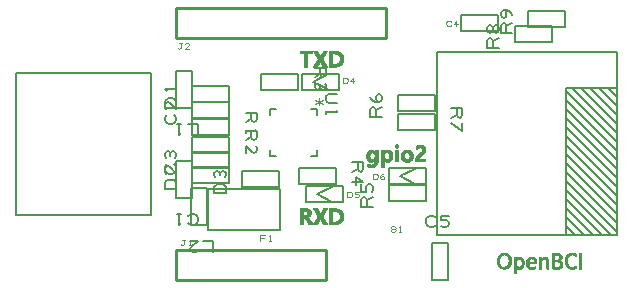
<source format=gbr>
%FSLAX35Y35*%
%MOIN*%
G04 EasyPC Gerber Version 18.0.8 Build 3632 *
%ADD10C,0.00100*%
%ADD11C,0.00300*%
%ADD151C,0.00500*%
%ADD12C,0.00600*%
%ADD13C,0.01000*%
X0Y0D02*
D02*
D10*
X99150Y19650D02*
X97950D01*
X97050Y21150*
X96850Y21450*
X96650Y21750*
X96250Y21850*
X95850*
Y19650*
X94850*
Y25050*
X96650*
X97550Y24950*
X98050Y24650*
X98450Y24250*
X98550Y23650*
X98450Y23150*
X98250Y22650*
X97850Y22350*
X97350Y22150*
X97750Y21850*
X98150Y21250*
X99150Y19650*
X95850Y24250D02*
Y22650D01*
X96450*
X96850Y22750*
X97150Y22850*
X97350Y23150*
X97450Y23450*
X97350Y23850*
X97250Y24050*
X96950Y24150*
X96550Y24250*
X95850*
X104050Y19650D02*
X102750D01*
X101750Y21450*
X101650Y21850*
X101550Y21450*
X100450Y19650*
X99150*
X100950Y22350*
X99350Y25050*
X100650*
X101550Y23350*
X101650Y22950*
X101850Y23350*
X102850Y25050*
X103950*
X102350Y22350*
X104050Y19650*
X104650D02*
Y25050D01*
X106450*
X107750Y24850*
X108650Y24350*
X109150Y23550*
X109350Y22450*
Y21850*
X109150Y21250*
X108850Y20850*
X108550Y20350*
X107650Y19850*
X106450Y19650*
X104650*
X105650Y24150D02*
Y20550D01*
X106350*
X107150Y20650*
X107750Y21050*
X108150Y21650*
X108250Y22350*
X108150Y23150*
X107750Y23650*
X107150Y24050*
X106350Y24150*
X105650*
X94850Y19718D02*
X95850D01*
X97909D02*
X99108D01*
X99195D02*
X100491D01*
X102712D02*
X104007D01*
X104650D02*
X106856D01*
X94850Y19811D02*
X95850D01*
X97853D02*
X99049D01*
X99257D02*
X100549D01*
X102660D02*
X103948D01*
X104650D02*
X107419D01*
X94850Y19905D02*
X95850D01*
X97797D02*
X98991D01*
X99320D02*
X100606D01*
X102608D02*
X103889D01*
X104650D02*
X107749D01*
X94850Y19999D02*
X95850D01*
X97741D02*
X98932D01*
X99383D02*
X100663D01*
X102556D02*
X103830D01*
X104650D02*
X107918D01*
X94850Y20093D02*
X95850D01*
X97685D02*
X98874D01*
X99445D02*
X100720D01*
X102504D02*
X103771D01*
X104650D02*
X108087D01*
X94850Y20186D02*
X95850D01*
X97628D02*
X98815D01*
X99507D02*
X100778D01*
X102452D02*
X103712D01*
X104650D02*
X108255D01*
X94850Y20280D02*
X95850D01*
X97572D02*
X98756D01*
X99570D02*
X100835D01*
X102400D02*
X103654D01*
X104650D02*
X108424D01*
X94850Y20374D02*
X95850D01*
X97516D02*
X98698D01*
X99632D02*
X100892D01*
X102348D02*
X103594D01*
X104650D02*
X108564D01*
X94850Y20467D02*
X95850D01*
X97459D02*
X98639D01*
X99695D02*
X100950D01*
X102296D02*
X103535D01*
X104650D02*
X108620D01*
X94850Y20561D02*
X95850D01*
X97404D02*
X98581D01*
X99757D02*
X101007D01*
X102244D02*
X103476D01*
X104650D02*
X105650D01*
X106438D02*
X108677D01*
X94850Y20655D02*
X95850D01*
X97347D02*
X98522D01*
X99820D02*
X101064D01*
X102192D02*
X103417D01*
X104650D02*
X105650D01*
X107157D02*
X108733D01*
X94850Y20748D02*
X95850D01*
X97291D02*
X98463D01*
X99882D02*
X101121D01*
X102140D02*
X103358D01*
X104650D02*
X105650D01*
X107298D02*
X108789D01*
X94850Y20842D02*
X95850D01*
X97235D02*
X98405D01*
X99945D02*
X101178D01*
X102088D02*
X103299D01*
X104650D02*
X105650D01*
X107438D02*
X108845D01*
X94850Y20936D02*
X95850D01*
X97178D02*
X98346D01*
X100007D02*
X101236D01*
X102036D02*
X103241D01*
X104650D02*
X105650D01*
X107579D02*
X108914D01*
X94850Y21030D02*
X95850D01*
X97122D02*
X98288D01*
X100070D02*
X101293D01*
X101983D02*
X103181D01*
X104650D02*
X105650D01*
X107719D02*
X108985D01*
X94850Y21123D02*
X95850D01*
X97066D02*
X98229D01*
X100132D02*
X101350D01*
X101931D02*
X103122D01*
X104650D02*
X105650D01*
X107799D02*
X109055D01*
X94850Y21217D02*
X95850D01*
X97006D02*
X98171D01*
X100194D02*
X101407D01*
X101880D02*
X103063D01*
X104650D02*
X105650D01*
X107861D02*
X109125D01*
X94850Y21311D02*
X95850D01*
X96943D02*
X98109D01*
X100257D02*
X101465D01*
X101828D02*
X103004D01*
X104650D02*
X105650D01*
X107924D02*
X109170D01*
X94850Y21404D02*
X95850D01*
X96880D02*
X98047D01*
X100320D02*
X101522D01*
X101775D02*
X102945D01*
X104650D02*
X105650D01*
X107986D02*
X109202D01*
X94850Y21498D02*
X95850D01*
X96818D02*
X97985D01*
X100382D02*
X101562D01*
X101738D02*
X102887D01*
X104650D02*
X105650D01*
X108049D02*
X109233D01*
X94850Y21592D02*
X95850D01*
X96756D02*
X97922D01*
X100444D02*
X101585D01*
X101715D02*
X102828D01*
X104650D02*
X105650D01*
X108111D02*
X109264D01*
X94850Y21685D02*
X95850D01*
X96693D02*
X97860D01*
X100507D02*
X101609D01*
X101691D02*
X102769D01*
X104650D02*
X105650D01*
X108155D02*
X109295D01*
X94850Y21779D02*
X95850D01*
X96533D02*
X97797D01*
X100569D02*
X101632D01*
X101668D02*
X102709D01*
X104650D02*
X105650D01*
X108169D02*
X109326D01*
X94850Y21873D02*
X97720D01*
X100632D02*
X102650D01*
X104650D02*
X105650D01*
X108182D02*
X109350D01*
X94850Y21967D02*
X97594D01*
X100694D02*
X102591D01*
X104650D02*
X105650D01*
X108195D02*
X109350D01*
X94850Y22060D02*
X97470D01*
X100757D02*
X102532D01*
X104650D02*
X105650D01*
X108209D02*
X109350D01*
X94850Y22154D02*
X97360D01*
X100819D02*
X102474D01*
X104650D02*
X105650D01*
X108222D02*
X109350D01*
X94850Y22248D02*
X97594D01*
X100882D02*
X102415D01*
X104650D02*
X105650D01*
X108235D02*
X109350D01*
X94850Y22341D02*
X97828D01*
X100944D02*
X102356D01*
X104650D02*
X105650D01*
X108249D02*
X109350D01*
X94850Y22435D02*
X97963D01*
X100900D02*
X102400D01*
X104650D02*
X105650D01*
X108239D02*
X109350D01*
X94850Y22529D02*
X98088D01*
X100844D02*
X102456D01*
X104650D02*
X105650D01*
X108228D02*
X109336D01*
X94850Y22622D02*
X98213D01*
X100789D02*
X102511D01*
X104650D02*
X105650D01*
X108216D02*
X109319D01*
X94850Y22716D02*
X95850D01*
X96715D02*
X98276D01*
X100733D02*
X102567D01*
X104650D02*
X105650D01*
X108204D02*
X109302D01*
X94850Y22810D02*
X95850D01*
X97030D02*
X98314D01*
X100678D02*
X102622D01*
X104650D02*
X105650D01*
X108193D02*
X109285D01*
X94850Y22904D02*
X95850D01*
X97186D02*
X98352D01*
X100622D02*
X102678D01*
X104650D02*
X105650D01*
X108181D02*
X109268D01*
X94850Y22997D02*
X95850D01*
X97248D02*
X98389D01*
X100567D02*
X101638D01*
X101674D02*
X102733D01*
X104650D02*
X105650D01*
X108169D02*
X109250D01*
X94850Y23091D02*
X95850D01*
X97311D02*
X98426D01*
X100511D02*
X101615D01*
X101720D02*
X102789D01*
X104650D02*
X105650D01*
X108157D02*
X109233D01*
X94850Y23185D02*
X95850D01*
X97361D02*
X98457D01*
X100456D02*
X101591D01*
X101767D02*
X102844D01*
X104650D02*
X105650D01*
X108122D02*
X109217D01*
X94850Y23278D02*
X95850D01*
X97393D02*
X98476D01*
X100400D02*
X101568D01*
X101814D02*
X102900D01*
X104650D02*
X105650D01*
X108047D02*
X109199D01*
X94850Y23372D02*
X95850D01*
X97424D02*
X98494D01*
X100344D02*
X101538D01*
X101863D02*
X102956D01*
X104650D02*
X105650D01*
X107972D02*
X109182D01*
X94850Y23466D02*
X95850D01*
X97446D02*
X98513D01*
X100289D02*
X101489D01*
X101918D02*
X103011D01*
X104650D02*
X105650D01*
X107897D02*
X109165D01*
X94850Y23559D02*
X95850D01*
X97422D02*
X98532D01*
X100233D02*
X101439D01*
X101973D02*
X103067D01*
X104650D02*
X105650D01*
X107822D02*
X109144D01*
X94850Y23653D02*
X95850D01*
X97399D02*
X98550D01*
X100178D02*
X101389D01*
X102028D02*
X103122D01*
X104650D02*
X105650D01*
X107745D02*
X109085D01*
X94850Y23747D02*
X95850D01*
X97376D02*
X98534D01*
X100122D02*
X101340D01*
X102083D02*
X103178D01*
X104650D02*
X105650D01*
X107605D02*
X109027D01*
X94850Y23841D02*
X95850D01*
X97352D02*
X98518D01*
X100067D02*
X101290D01*
X102139D02*
X103233D01*
X104650D02*
X105650D01*
X107464D02*
X108969D01*
X94850Y23934D02*
X95850D01*
X97308D02*
X98503D01*
X100011D02*
X101241D01*
X102194D02*
X103289D01*
X104650D02*
X105650D01*
X107324D02*
X108910D01*
X94850Y24028D02*
X95850D01*
X97261D02*
X98487D01*
X99956D02*
X101191D01*
X102249D02*
X103344D01*
X104650D02*
X105650D01*
X107183D02*
X108851D01*
X94850Y24122D02*
X95850D01*
X97035D02*
X98471D01*
X99900D02*
X101141D01*
X102304D02*
X103400D01*
X104650D02*
X105650D01*
X106577D02*
X108793D01*
X94850Y24215D02*
X95850D01*
X96689D02*
X98456D01*
X99844D02*
X101092D01*
X102359D02*
X103456D01*
X104650D02*
X108734D01*
X94850Y24309D02*
X98391D01*
X99789D02*
X101042D01*
X102414D02*
X103511D01*
X104650D02*
X108676D01*
X94850Y24403D02*
X98297D01*
X99733D02*
X100993D01*
X102469D02*
X103567D01*
X104650D02*
X108555D01*
X94850Y24496D02*
X98204D01*
X99678D02*
X100943D01*
X102524D02*
X103622D01*
X104650D02*
X108386D01*
X94850Y24590D02*
X98110D01*
X99622D02*
X100893D01*
X102580D02*
X103678D01*
X104650D02*
X108218D01*
X94850Y24684D02*
X97994D01*
X99567D02*
X100844D01*
X102635D02*
X103733D01*
X104650D02*
X108049D01*
X94850Y24778D02*
X97837D01*
X99511D02*
X100794D01*
X102690D02*
X103789D01*
X104650D02*
X107880D01*
X94850Y24871D02*
X97681D01*
X99456D02*
X100744D01*
X102745D02*
X103844D01*
X104650D02*
X107612D01*
X94850Y24965D02*
X97415D01*
X99400D02*
X100695D01*
X102800D02*
X103900D01*
X104650D02*
X107003D01*
X98950Y76650D02*
X97450D01*
Y72150*
X96450*
Y76650*
X94950*
Y77550*
X98950*
Y76650*
X104050Y72150D02*
X102750D01*
X101750Y73950*
X101650Y74350*
X101550Y73950*
X100450Y72150*
X99150*
X100950Y74850*
X99350Y77550*
X100650*
X101550Y75850*
X101650Y75450*
X101850Y75850*
X102850Y77550*
X103950*
X102350Y74850*
X104050Y72150*
X104650D02*
Y77550D01*
X106450*
X107750Y77350*
X108650Y76850*
X109150Y76050*
X109350Y74950*
Y74350*
X109150Y73750*
X108850Y73350*
X108550Y72850*
X107650Y72350*
X106450Y72150*
X104650*
X105650Y76650D02*
Y73050D01*
X106350*
X107150Y73150*
X107750Y73550*
X108150Y74150*
X108250Y74850*
X108150Y75650*
X107750Y76150*
X107150Y76550*
X106350Y76650*
X105650*
X96450Y72218D02*
X97450D01*
X99195D02*
X100491D01*
X102712D02*
X104007D01*
X104650D02*
X106856D01*
X96450Y72311D02*
X97450D01*
X99257D02*
X100549D01*
X102660D02*
X103948D01*
X104650D02*
X107419D01*
X96450Y72405D02*
X97450D01*
X99320D02*
X100606D01*
X102608D02*
X103889D01*
X104650D02*
X107749D01*
X96450Y72499D02*
X97450D01*
X99383D02*
X100663D01*
X102556D02*
X103830D01*
X104650D02*
X107918D01*
X96450Y72593D02*
X97450D01*
X99445D02*
X100720D01*
X102504D02*
X103771D01*
X104650D02*
X108087D01*
X96450Y72686D02*
X97450D01*
X99507D02*
X100778D01*
X102452D02*
X103712D01*
X104650D02*
X108255D01*
X96450Y72780D02*
X97450D01*
X99570D02*
X100835D01*
X102400D02*
X103654D01*
X104650D02*
X108424D01*
X96450Y72874D02*
X97450D01*
X99632D02*
X100892D01*
X102348D02*
X103594D01*
X104650D02*
X108564D01*
X96450Y72967D02*
X97450D01*
X99695D02*
X100950D01*
X102296D02*
X103535D01*
X104650D02*
X108620D01*
X96450Y73061D02*
X97450D01*
X99757D02*
X101007D01*
X102244D02*
X103476D01*
X104650D02*
X105650D01*
X106438D02*
X108677D01*
X96450Y73155D02*
X97450D01*
X99820D02*
X101064D01*
X102192D02*
X103417D01*
X104650D02*
X105650D01*
X107157D02*
X108733D01*
X96450Y73248D02*
X97450D01*
X99882D02*
X101121D01*
X102140D02*
X103358D01*
X104650D02*
X105650D01*
X107298D02*
X108789D01*
X96450Y73342D02*
X97450D01*
X99945D02*
X101178D01*
X102088D02*
X103299D01*
X104650D02*
X105650D01*
X107438D02*
X108845D01*
X96450Y73436D02*
X97450D01*
X100007D02*
X101236D01*
X102036D02*
X103241D01*
X104650D02*
X105650D01*
X107579D02*
X108914D01*
X96450Y73530D02*
X97450D01*
X100070D02*
X101293D01*
X101983D02*
X103181D01*
X104650D02*
X105650D01*
X107719D02*
X108985D01*
X96450Y73623D02*
X97450D01*
X100132D02*
X101350D01*
X101931D02*
X103122D01*
X104650D02*
X105650D01*
X107799D02*
X109055D01*
X96450Y73717D02*
X97450D01*
X100194D02*
X101407D01*
X101880D02*
X103063D01*
X104650D02*
X105650D01*
X107861D02*
X109125D01*
X96450Y73811D02*
X97450D01*
X100257D02*
X101465D01*
X101828D02*
X103004D01*
X104650D02*
X105650D01*
X107924D02*
X109170D01*
X96450Y73904D02*
X97450D01*
X100320D02*
X101522D01*
X101775D02*
X102945D01*
X104650D02*
X105650D01*
X107986D02*
X109202D01*
X96450Y73998D02*
X97450D01*
X100382D02*
X101562D01*
X101738D02*
X102887D01*
X104650D02*
X105650D01*
X108049D02*
X109233D01*
X96450Y74092D02*
X97450D01*
X100444D02*
X101585D01*
X101715D02*
X102828D01*
X104650D02*
X105650D01*
X108111D02*
X109264D01*
X96450Y74185D02*
X97450D01*
X100507D02*
X101609D01*
X101691D02*
X102769D01*
X104650D02*
X105650D01*
X108155D02*
X109295D01*
X96450Y74279D02*
X97450D01*
X100569D02*
X101632D01*
X101668D02*
X102709D01*
X104650D02*
X105650D01*
X108169D02*
X109326D01*
X96450Y74373D02*
X97450D01*
X100632D02*
X102650D01*
X104650D02*
X105650D01*
X108182D02*
X109350D01*
X96450Y74467D02*
X97450D01*
X100694D02*
X102591D01*
X104650D02*
X105650D01*
X108195D02*
X109350D01*
X96450Y74560D02*
X97450D01*
X100757D02*
X102532D01*
X104650D02*
X105650D01*
X108209D02*
X109350D01*
X96450Y74654D02*
X97450D01*
X100819D02*
X102474D01*
X104650D02*
X105650D01*
X108222D02*
X109350D01*
X96450Y74748D02*
X97450D01*
X100882D02*
X102415D01*
X104650D02*
X105650D01*
X108235D02*
X109350D01*
X96450Y74841D02*
X97450D01*
X100944D02*
X102356D01*
X104650D02*
X105650D01*
X108249D02*
X109350D01*
X96450Y74935D02*
X97450D01*
X100900D02*
X102400D01*
X104650D02*
X105650D01*
X108239D02*
X109350D01*
X96450Y75029D02*
X97450D01*
X100844D02*
X102456D01*
X104650D02*
X105650D01*
X108228D02*
X109336D01*
X96450Y75122D02*
X97450D01*
X100789D02*
X102511D01*
X104650D02*
X105650D01*
X108216D02*
X109319D01*
X96450Y75216D02*
X97450D01*
X100733D02*
X102567D01*
X104650D02*
X105650D01*
X108204D02*
X109302D01*
X96450Y75310D02*
X97450D01*
X100678D02*
X102622D01*
X104650D02*
X105650D01*
X108193D02*
X109285D01*
X96450Y75404D02*
X97450D01*
X100622D02*
X102678D01*
X104650D02*
X105650D01*
X108181D02*
X109268D01*
X96450Y75497D02*
X97450D01*
X100567D02*
X101638D01*
X101674D02*
X102733D01*
X104650D02*
X105650D01*
X108169D02*
X109250D01*
X96450Y75591D02*
X97450D01*
X100511D02*
X101615D01*
X101720D02*
X102789D01*
X104650D02*
X105650D01*
X108157D02*
X109233D01*
X96450Y75685D02*
X97450D01*
X100456D02*
X101591D01*
X101767D02*
X102844D01*
X104650D02*
X105650D01*
X108122D02*
X109217D01*
X96450Y75778D02*
X97450D01*
X100400D02*
X101568D01*
X101814D02*
X102900D01*
X104650D02*
X105650D01*
X108047D02*
X109199D01*
X96450Y75872D02*
X97450D01*
X100344D02*
X101538D01*
X101863D02*
X102956D01*
X104650D02*
X105650D01*
X107972D02*
X109182D01*
X96450Y75966D02*
X97450D01*
X100289D02*
X101489D01*
X101918D02*
X103011D01*
X104650D02*
X105650D01*
X107897D02*
X109165D01*
X96450Y76059D02*
X97450D01*
X100233D02*
X101439D01*
X101973D02*
X103067D01*
X104650D02*
X105650D01*
X107822D02*
X109144D01*
X96450Y76153D02*
X97450D01*
X100178D02*
X101389D01*
X102028D02*
X103122D01*
X104650D02*
X105650D01*
X107745D02*
X109085D01*
X96450Y76247D02*
X97450D01*
X100122D02*
X101340D01*
X102083D02*
X103178D01*
X104650D02*
X105650D01*
X107605D02*
X109027D01*
X96450Y76341D02*
X97450D01*
X100067D02*
X101290D01*
X102139D02*
X103233D01*
X104650D02*
X105650D01*
X107464D02*
X108969D01*
X96450Y76434D02*
X97450D01*
X100011D02*
X101241D01*
X102194D02*
X103289D01*
X104650D02*
X105650D01*
X107324D02*
X108910D01*
X96450Y76528D02*
X97450D01*
X99956D02*
X101191D01*
X102249D02*
X103344D01*
X104650D02*
X105650D01*
X107183D02*
X108851D01*
X96450Y76622D02*
X97450D01*
X99900D02*
X101141D01*
X102304D02*
X103400D01*
X104650D02*
X105650D01*
X106577D02*
X108793D01*
X94950Y76715D02*
X98950D01*
X99844D02*
X101092D01*
X102359D02*
X103456D01*
X104650D02*
X108734D01*
X94950Y76809D02*
X98950D01*
X99789D02*
X101042D01*
X102414D02*
X103511D01*
X104650D02*
X108676D01*
X94950Y76903D02*
X98950D01*
X99733D02*
X100993D01*
X102469D02*
X103567D01*
X104650D02*
X108555D01*
X94950Y76996D02*
X98950D01*
X99678D02*
X100943D01*
X102524D02*
X103622D01*
X104650D02*
X108386D01*
X94950Y77090D02*
X98950D01*
X99622D02*
X100893D01*
X102580D02*
X103678D01*
X104650D02*
X108218D01*
X94950Y77184D02*
X98950D01*
X99567D02*
X100844D01*
X102635D02*
X103733D01*
X104650D02*
X108049D01*
X94950Y77278D02*
X98950D01*
X99511D02*
X100794D01*
X102690D02*
X103789D01*
X104650D02*
X107880D01*
X94950Y77371D02*
X98950D01*
X99456D02*
X100744D01*
X102745D02*
X103844D01*
X104650D02*
X107612D01*
X94950Y77465D02*
X98950D01*
X99400D02*
X100695D01*
X102800D02*
X103900D01*
X104650D02*
X107003D01*
X120850Y40950D02*
X120750Y40050D01*
X120250Y39350*
X119550Y38850*
X118550Y38750*
X117850Y38850*
X117350Y39050*
Y39950*
X117950Y39650*
X118550Y39550*
X119150Y39650*
X119550Y39850*
X119750Y40350*
X119850Y40850*
Y41250*
X119350Y40750*
X118650Y40550*
X117950Y40650*
X117450Y41050*
X117150Y41650*
X117050Y42450*
X117150Y43250*
X117550Y43950*
X118050Y44350*
X118750Y44550*
X119350Y44450*
X119850Y43950*
Y44450*
X120850*
Y40950*
X119850Y42850D02*
X119750Y43150D01*
X119650Y43450*
X119350Y43650*
X118950Y43750*
X118650Y43650*
X118350Y43450*
X118150Y43050*
X118050Y42450*
X118150Y42050*
X118250Y41650*
X118550Y41450*
X118950Y41350*
X119350Y41450*
X119650Y41650*
X119750Y41950*
X119850Y42450*
Y42850*
X122950Y41150D02*
Y38850D01*
X121950*
Y44450*
X122950*
Y43850*
X123450Y44350*
X124250Y44550*
X124850Y44450*
X125350Y44050*
X125650Y43450*
X125750Y42650*
X125650Y41750*
X125250Y41150*
X124750Y40650*
X124050Y40550*
X123450Y40650*
X122950Y41150*
Y42250D02*
Y41950D01*
X123150Y41650*
X123450Y41450*
X123750Y41350*
X124150Y41450*
X124550Y41650*
X124650Y42050*
X124750Y42650*
X124650Y43150*
X124550Y43450*
X124250Y43650*
X123850Y43750*
X123450Y43650*
X123150Y43450*
X122950Y43050*
Y42650*
Y42250*
X126550Y45750D02*
X126750Y46150D01*
X127150Y46350*
X127550Y46150*
X127750Y45750*
X127550Y45350*
X127150Y45250*
X126750Y45450*
X126550Y45750*
X126650Y40650D02*
Y44450D01*
X127650*
Y40650*
X126650*
X128550Y42550D02*
X128650Y43350D01*
X129150Y43950*
X129750Y44450*
X130550Y44550*
X131450Y44450*
X132050Y44050*
X132450Y43350*
X132550Y42550*
X132450Y41750*
X132050Y41050*
X131350Y40650*
X130550Y40550*
X129750Y40650*
X129050Y41050*
X128650Y41750*
X128550Y42550*
X129550D02*
X129650Y42050D01*
X129850Y41650*
X130150Y41450*
X130550Y41350*
X131050Y41450*
X131350Y41650*
X131450Y42050*
X131550Y42550*
X131450Y43050*
X131350Y43450*
X130950Y43650*
X130550Y43750*
X130150Y43650*
X129850Y43450*
X129650Y43050*
X129550Y42550*
X134450Y41550D02*
X136650D01*
Y40650*
X133350*
Y41050*
X133450Y41850*
X133950Y42550*
X134350Y43050*
X135050Y43650*
X135350Y43850*
X135550Y44050*
X135650Y44550*
Y44950*
X135450Y45150*
X135150Y45250*
X134850Y45350*
X134150Y45250*
X133550Y44850*
Y45750*
X134250Y46050*
X134950Y46150*
X135650Y46050*
X136250Y45750*
X136550Y45250*
X136650Y44650*
X136550Y43950*
X136250Y43450*
X135850Y43050*
X135350Y42650*
X134950Y42350*
X134650Y42050*
X134450Y41750*
Y41550*
X117894Y38844D02*
X119487D01*
X117631Y38937D02*
X119672D01*
X121950D02*
X122950D01*
X117397Y39031D02*
X119804D01*
X121950D02*
X122950D01*
X117350Y39125D02*
X119935D01*
X121950D02*
X122950D01*
X117350Y39219D02*
X120066D01*
X121950D02*
X122950D01*
X117350Y39312D02*
X120197D01*
X121950D02*
X122950D01*
X117350Y39406D02*
X120290D01*
X121950D02*
X122950D01*
X117350Y39500D02*
X120357D01*
X121950D02*
X122950D01*
X117350Y39593D02*
X118290D01*
X118810D02*
X120424D01*
X121950D02*
X122950D01*
X117350Y39687D02*
X117876D01*
X119224D02*
X120491D01*
X121950D02*
X122950D01*
X117350Y39781D02*
X117689D01*
X119411D02*
X120557D01*
X121950D02*
X122950D01*
X117350Y39874D02*
X117501D01*
X119560D02*
X120624D01*
X121950D02*
X122950D01*
X119597Y39968D02*
X120691D01*
X121950D02*
X122950D01*
X119635Y40062D02*
X120751D01*
X121950D02*
X122950D01*
X119672Y40156D02*
X120762D01*
X121950D02*
X122950D01*
X119710Y40249D02*
X120772D01*
X121950D02*
X122950D01*
X119747Y40343D02*
X120783D01*
X121950D02*
X122950D01*
X119767Y40437D02*
X120793D01*
X121950D02*
X122950D01*
X119786Y40530D02*
X120804D01*
X121950D02*
X122950D01*
X118132Y40624D02*
X118909D01*
X119805D02*
X120814D01*
X121950D02*
X122950D01*
X123606D02*
X124568D01*
X129958D02*
X131142D01*
X117865Y40718D02*
X119237D01*
X119824D02*
X120824D01*
X121950D02*
X122950D01*
X123382D02*
X124818D01*
X126650D02*
X127650D01*
X129631D02*
X131469D01*
X133350D02*
X136650D01*
X117748Y40811D02*
X119411D01*
X119842D02*
X120835D01*
X121950D02*
X122950D01*
X123289D02*
X124911D01*
X126650D02*
X127650D01*
X129467D02*
X131632D01*
X133350D02*
X136650D01*
X117631Y40905D02*
X119505D01*
X119850D02*
X120845D01*
X121950D02*
X122950D01*
X123195D02*
X125005D01*
X126650D02*
X127650D01*
X129304D02*
X131796D01*
X133350D02*
X136650D01*
X117514Y40999D02*
X119599D01*
X119850D02*
X120850D01*
X121950D02*
X122950D01*
X123101D02*
X125099D01*
X126650D02*
X127650D01*
X129139D02*
X131960D01*
X133350D02*
X136650D01*
X117429Y41093D02*
X119693D01*
X119850D02*
X120850D01*
X121950D02*
X122950D01*
X123007D02*
X125193D01*
X126650D02*
X127650D01*
X129026D02*
X132074D01*
X133356D02*
X136650D01*
X117382Y41186D02*
X119786D01*
X119850D02*
X120850D01*
X121950D02*
X125274D01*
X126650D02*
X127650D01*
X128972D02*
X132128D01*
X133367D02*
X136650D01*
X117335Y41280D02*
X120850D01*
X121950D02*
X125337D01*
X126650D02*
X127650D01*
X128919D02*
X132181D01*
X133379D02*
X136650D01*
X117288Y41374D02*
X118856D01*
X119044D02*
X120850D01*
X121950D02*
X123679D01*
X123844D02*
X125399D01*
X126650D02*
X127650D01*
X128865D02*
X130456D01*
X130668D02*
X132235D01*
X133391D02*
X136650D01*
X117241Y41467D02*
X118524D01*
X119376D02*
X120850D01*
X121950D02*
X123424D01*
X124185D02*
X125461D01*
X126650D02*
X127650D01*
X128811D02*
X130124D01*
X131076D02*
X132289D01*
X133402D02*
X136650D01*
X117194Y41561D02*
X118383D01*
X119517D02*
X120850D01*
X121950D02*
X123283D01*
X124372D02*
X125524D01*
X126650D02*
X127650D01*
X128758D02*
X129983D01*
X131217D02*
X132342D01*
X133414D02*
X134450D01*
X117149Y41655D02*
X118249D01*
X119652D02*
X120850D01*
X121950D02*
X123147D01*
X124551D02*
X125587D01*
X126650D02*
X127650D01*
X128704D02*
X129848D01*
X131351D02*
X132396D01*
X133426D02*
X134450D01*
X117138Y41748D02*
X118226D01*
X119683D02*
X120850D01*
X121950D02*
X123084D01*
X124575D02*
X125650D01*
X126650D02*
X127650D01*
X128650D02*
X129801D01*
X131375D02*
X132450D01*
X133437D02*
X134450D01*
X117126Y41842D02*
X118202D01*
X119714D02*
X120850D01*
X121950D02*
X123022D01*
X124598D02*
X125660D01*
X126650D02*
X127650D01*
X128639D02*
X129754D01*
X131398D02*
X132461D01*
X133449D02*
X134511D01*
X117114Y41936D02*
X118179D01*
X119745D02*
X120850D01*
X121950D02*
X122959D01*
X124622D02*
X125670D01*
X126650D02*
X127650D01*
X128627D02*
X129707D01*
X131422D02*
X132473D01*
X133511D02*
X134574D01*
X117102Y42030D02*
X118155D01*
X119766D02*
X120850D01*
X121950D02*
X122950D01*
X124645D02*
X125681D01*
X126650D02*
X127650D01*
X128615D02*
X129660D01*
X131445D02*
X132485D01*
X133578D02*
X134636D01*
X117091Y42123D02*
X118132D01*
X119785D02*
X120850D01*
X121950D02*
X122950D01*
X124662D02*
X125691D01*
X126650D02*
X127650D01*
X128603D02*
X129635D01*
X131465D02*
X132496D01*
X133645D02*
X134723D01*
X117079Y42217D02*
X118108D01*
X119804D02*
X120850D01*
X121950D02*
X122950D01*
X124678D02*
X125702D01*
X126650D02*
X127650D01*
X128592D02*
X129617D01*
X131483D02*
X132508D01*
X133712D02*
X134817D01*
X117067Y42311D02*
X118085D01*
X119822D02*
X120850D01*
X121950D02*
X122950D01*
X124693D02*
X125712D01*
X126650D02*
X127650D01*
X128580D02*
X129598D01*
X131502D02*
X132520D01*
X133779D02*
X134911D01*
X117056Y42404D02*
X118061D01*
X119841D02*
X120850D01*
X121950D02*
X122950D01*
X124709D02*
X125723D01*
X126650D02*
X127650D01*
X128568D02*
X129579D01*
X131521D02*
X132532D01*
X133846D02*
X135022D01*
X117056Y42498D02*
X118058D01*
X119850D02*
X120850D01*
X121950D02*
X122950D01*
X124725D02*
X125733D01*
X126650D02*
X127650D01*
X128556D02*
X129560D01*
X131540D02*
X132543D01*
X133913D02*
X135147D01*
X117068Y42592D02*
X118074D01*
X119850D02*
X120850D01*
X121950D02*
X122950D01*
X124740D02*
X125744D01*
X126650D02*
X127650D01*
X128555D02*
X129558D01*
X131542D02*
X132545D01*
X133983D02*
X135272D01*
X117080Y42685D02*
X118089D01*
X119850D02*
X120850D01*
X121950D02*
X122950D01*
X124743D02*
X125746D01*
X126650D02*
X127650D01*
X128567D02*
X129577D01*
X131523D02*
X132533D01*
X134058D02*
X135394D01*
X117091Y42779D02*
X118105D01*
X119850D02*
X120850D01*
X121950D02*
X122950D01*
X124724D02*
X125734D01*
X126650D02*
X127650D01*
X128579D02*
X129596D01*
X131504D02*
X132521D01*
X134133D02*
X135511D01*
X117103Y42873D02*
X118120D01*
X119843D02*
X120850D01*
X121950D02*
X122950D01*
X124706D02*
X125722D01*
X126650D02*
X127650D01*
X128591D02*
X129615D01*
X131485D02*
X132510D01*
X134208D02*
X135628D01*
X117115Y42967D02*
X118136D01*
X119811D02*
X120850D01*
X121950D02*
X122950D01*
X124687D02*
X125711D01*
X126650D02*
X127650D01*
X128602D02*
X129633D01*
X131467D02*
X132498D01*
X134283D02*
X135746D01*
X117126Y43060D02*
X118155D01*
X119780D02*
X120850D01*
X121950D02*
X122955D01*
X124668D02*
X125699D01*
X126650D02*
X127650D01*
X128614D02*
X129655D01*
X131447D02*
X132486D01*
X134362D02*
X135860D01*
X117138Y43154D02*
X118202D01*
X119749D02*
X120850D01*
X121950D02*
X123002D01*
X124649D02*
X125687D01*
X126650D02*
X127650D01*
X128626D02*
X129702D01*
X131424D02*
X132474D01*
X134471D02*
X135954D01*
X117150Y43248D02*
X118249D01*
X119717D02*
X120850D01*
X121950D02*
X123049D01*
X124617D02*
X125675D01*
X126650D02*
X127650D01*
X128637D02*
X129749D01*
X131400D02*
X132463D01*
X134581D02*
X136048D01*
X117202Y43341D02*
X118296D01*
X119686D02*
X120850D01*
X121950D02*
X123096D01*
X124586D02*
X125664D01*
X126650D02*
X127650D01*
X128649D02*
X129796D01*
X131377D02*
X132451D01*
X134690D02*
X136141D01*
X117256Y43435D02*
X118343D01*
X119655D02*
X120850D01*
X121950D02*
X123143D01*
X124555D02*
X125652D01*
X126650D02*
X127650D01*
X128721D02*
X129843D01*
X131354D02*
X132402D01*
X134799D02*
X136235D01*
X117309Y43529D02*
X118468D01*
X119532D02*
X120850D01*
X121950D02*
X123268D01*
X124432D02*
X125611D01*
X126650D02*
X127650D01*
X128799D02*
X129968D01*
X131193D02*
X132348D01*
X134909D02*
X136297D01*
X117363Y43622D02*
X118609D01*
X119391D02*
X120850D01*
X121950D02*
X123409D01*
X124291D02*
X125564D01*
X126650D02*
X127650D01*
X128877D02*
X130109D01*
X131005D02*
X132294D01*
X135018D02*
X136354D01*
X117417Y43716D02*
X118848D01*
X119085D02*
X120850D01*
X121950D02*
X123715D01*
X123985D02*
X125517D01*
X126650D02*
X127650D01*
X128955D02*
X130415D01*
X130685D02*
X132241D01*
X135149D02*
X136410D01*
X117470Y43810D02*
X120850D01*
X121950D02*
X125470D01*
X126650D02*
X127650D01*
X129033D02*
X132187D01*
X135290D02*
X136466D01*
X117524Y43904D02*
X120850D01*
X121950D02*
X122950D01*
X123004D02*
X125423D01*
X126650D02*
X127650D01*
X129111D02*
X132134D01*
X135404D02*
X136522D01*
X117609Y43997D02*
X119803D01*
X119850D02*
X120850D01*
X121950D02*
X122950D01*
X123097D02*
X125376D01*
X126650D02*
X127650D01*
X129207D02*
X132080D01*
X135497D02*
X136557D01*
X117726Y44091D02*
X119709D01*
X119850D02*
X120850D01*
X121950D02*
X122950D01*
X123191D02*
X125299D01*
X126650D02*
X127650D01*
X129319D02*
X131989D01*
X135558D02*
X136570D01*
X117843Y44185D02*
X119615D01*
X119850D02*
X120850D01*
X121950D02*
X122950D01*
X123285D02*
X125182D01*
X126650D02*
X127650D01*
X129431D02*
X131848D01*
X135577D02*
X136583D01*
X117961Y44278D02*
X119522D01*
X119850D02*
X120850D01*
X121950D02*
X122950D01*
X123378D02*
X125065D01*
X126650D02*
X127650D01*
X129544D02*
X131707D01*
X135596D02*
X136597D01*
X118127Y44372D02*
X119428D01*
X119850D02*
X120850D01*
X121950D02*
X122950D01*
X123538D02*
X124948D01*
X126650D02*
X127650D01*
X129656D02*
X131567D01*
X135615D02*
X136610D01*
X118455Y44466D02*
X119256D01*
X123913D02*
X124756D01*
X129876D02*
X131308D01*
X135633D02*
X136624D01*
X135650Y44559D02*
X136637D01*
X135650Y44653D02*
X136650D01*
X135650Y44747D02*
X136634D01*
X135650Y44841D02*
X136618D01*
X133550Y44934D02*
X133676D01*
X135650D02*
X136603D01*
X133550Y45028D02*
X133817D01*
X135572D02*
X136587D01*
X133550Y45122D02*
X133957D01*
X135478D02*
X136571D01*
X133550Y45215D02*
X134098D01*
X135254D02*
X136556D01*
X127032Y45309D02*
X127386D01*
X133550D02*
X134563D01*
X134973D02*
X136515D01*
X126844Y45403D02*
X127576D01*
X133550D02*
X136458D01*
X126719Y45496D02*
X127623D01*
X133550D02*
X136402D01*
X126657Y45590D02*
X127670D01*
X133550D02*
X136346D01*
X126594Y45684D02*
X127717D01*
X133550D02*
X136290D01*
X126564Y45778D02*
X127736D01*
X133614D02*
X136195D01*
X126611Y45871D02*
X127689D01*
X133833D02*
X136007D01*
X126657Y45965D02*
X127643D01*
X134052D02*
X135820D01*
X126704Y46059D02*
X127596D01*
X134311D02*
X135589D01*
X126755Y46152D02*
X127545D01*
X126942Y46246D02*
X127358D01*
X127130Y46340D02*
X127170D01*
X165250Y7650D02*
X165150Y6450D01*
X164650Y5550*
X163950Y5050*
X162950Y4850*
X161850Y5050*
X161150Y5550*
X160750Y6350*
X160650Y7550*
X160850Y8650*
X161250Y9450*
X161950Y10050*
X163050Y10250*
X163950Y10050*
X164650Y9550*
X165150Y8750*
X165250Y7650*
X164550Y7550D02*
X164450Y8350D01*
X164250Y9050*
X163750Y9450*
X162950Y9650*
X162250Y9450*
X161750Y9050*
X161450Y8350*
X161350Y7550*
X161450Y6750*
X161650Y6050*
X162150Y5550*
X162950Y5450*
X163750Y5650*
X164250Y6050*
X164450Y6750*
X164550Y7550*
X169550Y6850D02*
X169450Y6050D01*
X169150Y5350*
X168650Y4950*
X168050Y4850*
X167750*
X167450Y4950*
X167250Y5150*
X166950Y5350*
Y3550*
X166850Y3450*
X166750*
X166550*
X166450*
X166350*
X166250Y3550*
Y8650*
X166350Y8750*
X166450*
X166550*
X166750*
X166850Y8650*
Y8150*
X167150Y8450*
X167450Y8650*
X167750Y8750*
X168150Y8850*
X168750Y8650*
X169250Y8250*
X169450Y7650*
X169550Y6850*
X168850D02*
Y7350D01*
X168650Y7850*
X168450Y8150*
X167950Y8250*
X167750*
X167450Y8050*
X167250Y7850*
X166950Y7550*
Y6150*
X167450Y5650*
X167950Y5450*
X168350Y5550*
X168650Y5850*
X168850Y6350*
Y6850*
X173650Y7050D02*
X173550Y6850D01*
X173350Y6750*
X171050*
X171150Y6150*
X171350Y5750*
X171650Y5450*
X172150Y5350*
X172650*
X172950Y5450*
X173250Y5550*
X173350Y5650*
X173450Y5550*
Y5450*
Y5350*
Y5250*
X173350Y5150*
X173250Y5050*
X172950Y4950*
X172550Y4850*
X172150*
X171350Y4950*
X170850Y5350*
X170450Y5950*
X170350Y6850*
X170450Y7650*
X170850Y8250*
X171350Y8750*
X172050Y8850*
X172750Y8750*
X173250Y8350*
X173550Y7850*
X173650Y7150*
Y7050*
X172950Y7250D02*
Y7650D01*
X172750Y8050*
X172450Y8250*
X172050Y8350*
X171650Y8250*
X171350Y8050*
X171150Y7650*
X171050Y7250*
X172950*
X177750Y5050D02*
X177650Y4950D01*
X177550*
X177450*
X177250*
X177150*
X177050Y5050*
Y7150*
Y7650*
X176850Y7950*
X176650Y8150*
X176350Y8250*
X175850Y8050*
X175350Y7550*
Y5050*
X175250Y4950*
X175150*
X174950*
X174850*
X174750*
X174650Y5050*
Y8650*
X174750Y8750*
X174850*
X174950*
X175150*
X175250*
Y8650*
Y8150*
X175850Y8650*
X176450Y8850*
X177050Y8750*
X177450Y8350*
X177650Y7950*
X177750Y7250*
Y5050*
X182450Y6450D02*
X182350Y5950D01*
X182250Y5550*
X181950Y5350*
X181550Y5150*
X181150Y4950*
X180650*
X179350*
X179150Y5050*
X179050Y5250*
Y9850*
X179150Y10050*
X179350Y10150*
X180450*
X181250Y10050*
X181750Y9750*
X182050Y9350*
X182150Y8850*
Y8450*
X181950Y8150*
X181750Y7850*
X181450Y7650*
X181850Y7550*
X182150Y7250*
X182350Y6850*
X182450Y6450*
X181450Y8750D02*
Y9050D01*
X181250Y9350*
X180950Y9450*
X180450Y9550*
X179750*
Y7850*
X180550*
X180950Y7950*
X181250Y8150*
X181450Y8350*
Y8750*
X181750Y6450D02*
X181650Y6850D01*
X181450Y7050*
X181150Y7250*
X180550Y7350*
X179750*
Y5550*
X180750*
X181150*
X181450Y5750*
X181650Y6050*
X181750Y6450*
X187050Y5650D02*
Y5550D01*
Y5450*
Y5350*
X186950*
X186750Y5150*
X186450Y5050*
X186050Y4850*
X185450*
X184550Y5050*
X183850Y5550*
X183450Y6350*
X183250Y7450*
X183450Y8650*
X183850Y9550*
X184650Y10050*
X185550Y10250*
X186050Y10150*
X186450Y10050*
X186750Y9950*
X186950Y9750*
X187050*
Y9650*
Y9550*
Y9450*
Y9350*
Y9250*
X186950Y9150*
X186750Y9250*
X186450Y9350*
X186050Y9550*
X185550Y9650*
X184850Y9450*
X184350Y9050*
X184050Y8450*
X183950Y7550*
X184050Y6650*
X184350Y5950*
X184850Y5550*
X185550Y5450*
X186050Y5550*
X186550Y5650*
X186750Y5850*
X186950Y5950*
X187050Y5850*
Y5750*
Y5650*
X188650Y5050D02*
X188550Y4950D01*
X188450*
X188350*
X188150*
X188050*
X187950Y5050*
Y10050*
X188050Y10150*
X188150*
X188350*
X188450*
X188550*
X188650Y10050*
Y5050*
X166300Y3500D02*
X166900D01*
X166250Y3593D02*
X166950D01*
X166250Y3687D02*
X166950D01*
X166250Y3781D02*
X166950D01*
X166250Y3874D02*
X166950D01*
X166250Y3968D02*
X166950D01*
X166250Y4062D02*
X166950D01*
X166250Y4156D02*
X166950D01*
X166250Y4249D02*
X166950D01*
X166250Y4343D02*
X166950D01*
X166250Y4437D02*
X166950D01*
X166250Y4530D02*
X166950D01*
X166250Y4624D02*
X166950D01*
X166250Y4718D02*
X166950D01*
X166250Y4811D02*
X166950D01*
X162647Y4905D02*
X163226D01*
X166250D02*
X166950D01*
X167585D02*
X168381D01*
X171709D02*
X172770D01*
X185202D02*
X186160D01*
X162131Y4999D02*
X163694D01*
X166250D02*
X166950D01*
X167401D02*
X168711D01*
X171289D02*
X173096D01*
X174701D02*
X175299D01*
X177101D02*
X177699D01*
X179252D02*
X181248D01*
X184780D02*
X186348D01*
X188001D02*
X188599D01*
X161791Y5093D02*
X164009D01*
X166250D02*
X166950D01*
X167307D02*
X168828D01*
X171172D02*
X173293D01*
X174650D02*
X175350D01*
X177050D02*
X177750D01*
X179129D02*
X181435D01*
X184491D02*
X186578D01*
X187950D02*
X188650D01*
X161659Y5186D02*
X164141D01*
X166250D02*
X166950D01*
X167196D02*
X168945D01*
X171055D02*
X173386D01*
X174650D02*
X175350D01*
X177050D02*
X177750D01*
X179082D02*
X181622D01*
X184359D02*
X186786D01*
X187950D02*
X188650D01*
X161528Y5280D02*
X164272D01*
X166250D02*
X166950D01*
X167055D02*
X169062D01*
X170937D02*
X173450D01*
X174650D02*
X175350D01*
X177050D02*
X177750D01*
X179050D02*
X181810D01*
X184228D02*
X186880D01*
X187950D02*
X188650D01*
X161397Y5374D02*
X164403D01*
X166250D02*
X169160D01*
X170834D02*
X172032D01*
X172721D02*
X173450D01*
X174650D02*
X175350D01*
X177050D02*
X177750D01*
X179050D02*
X181985D01*
X184097D02*
X187050D01*
X187950D02*
X188650D01*
X161266Y5467D02*
X162811D01*
X163019D02*
X164534D01*
X166250D02*
X167907D01*
X168019D02*
X169200D01*
X170772D02*
X171633D01*
X173002D02*
X173450D01*
X174650D02*
X175350D01*
X177050D02*
X177750D01*
X179050D02*
X182126D01*
X183966D02*
X185429D01*
X185637D02*
X187050D01*
X187950D02*
X188650D01*
X161144Y5561D02*
X162139D01*
X163394D02*
X164656D01*
X166250D02*
X167672D01*
X168361D02*
X169241D01*
X170709D02*
X171539D01*
X173261D02*
X173439D01*
X174650D02*
X175350D01*
X177050D02*
X177750D01*
X179050D02*
X179750D01*
X181167D02*
X182253D01*
X183844D02*
X184836D01*
X186105D02*
X187050D01*
X187950D02*
X188650D01*
X161098Y5655D02*
X162045D01*
X163756D02*
X164708D01*
X166250D02*
X167445D01*
X168455D02*
X169281D01*
X170647D02*
X171445D01*
X174650D02*
X175350D01*
X177050D02*
X177750D01*
X179050D02*
X179750D01*
X181307D02*
X182276D01*
X183798D02*
X184719D01*
X186555D02*
X187050D01*
X187950D02*
X188650D01*
X161051Y5748D02*
X161952D01*
X163873D02*
X164760D01*
X166250D02*
X167352D01*
X168548D02*
X169321D01*
X170584D02*
X171350D01*
X174650D02*
X175350D01*
X177050D02*
X177750D01*
X179050D02*
X179750D01*
X181449D02*
X182300D01*
X183751D02*
X184602D01*
X186648D02*
X187050D01*
X187950D02*
X188650D01*
X161004Y5842D02*
X161858D01*
X163990D02*
X164812D01*
X166250D02*
X167258D01*
X168642D02*
X169361D01*
X170522D02*
X171304D01*
X174650D02*
X175350D01*
X177050D02*
X177750D01*
X179050D02*
X179750D01*
X181511D02*
X182323D01*
X183704D02*
X184485D01*
X186742D02*
X187050D01*
X187950D02*
X188650D01*
X160957Y5936D02*
X161764D01*
X164107D02*
X164864D01*
X166250D02*
X167164D01*
X168684D02*
X169401D01*
X170459D02*
X171257D01*
X174650D02*
X175350D01*
X177050D02*
X177750D01*
X179050D02*
X179750D01*
X181574D02*
X182346D01*
X183657D02*
X184368D01*
X186922D02*
X186964D01*
X187950D02*
X188650D01*
X160910Y6030D02*
X161670D01*
X164224D02*
X164917D01*
X166250D02*
X167070D01*
X168722D02*
X169441D01*
X170441D02*
X171210D01*
X174650D02*
X175350D01*
X177050D02*
X177750D01*
X179050D02*
X179750D01*
X181636D02*
X182366D01*
X183610D02*
X184316D01*
X187950D02*
X188650D01*
X160863Y6123D02*
X161629D01*
X164271D02*
X164969D01*
X166250D02*
X166977D01*
X168759D02*
X169459D01*
X170431D02*
X171163D01*
X174650D02*
X175350D01*
X177050D02*
X177750D01*
X179050D02*
X179750D01*
X181669D02*
X182385D01*
X183563D02*
X184276D01*
X187950D02*
X188650D01*
X160817Y6217D02*
X161602D01*
X164298D02*
X165020D01*
X166250D02*
X166950D01*
X168797D02*
X169471D01*
X170420D02*
X171139D01*
X174650D02*
X175350D01*
X177050D02*
X177750D01*
X179050D02*
X179750D01*
X181692D02*
X182404D01*
X183517D02*
X184235D01*
X187950D02*
X188650D01*
X160770Y6311D02*
X161576D01*
X164324D02*
X165072D01*
X166250D02*
X166950D01*
X168834D02*
X169483D01*
X170410D02*
X171123D01*
X174650D02*
X175350D01*
X177050D02*
X177750D01*
X179050D02*
X179750D01*
X181715D02*
X182422D01*
X183470D02*
X184195D01*
X187950D02*
X188650D01*
X160745Y6404D02*
X161549D01*
X164351D02*
X165125D01*
X166250D02*
X166950D01*
X168850D02*
X169494D01*
X170400D02*
X171107D01*
X174650D02*
X175350D01*
X177050D02*
X177750D01*
X179050D02*
X179750D01*
X181739D02*
X182441D01*
X183440D02*
X184155D01*
X187950D02*
X188650D01*
X160738Y6498D02*
X161522D01*
X164378D02*
X165154D01*
X166250D02*
X166950D01*
X168850D02*
X169506D01*
X170389D02*
X171092D01*
X174650D02*
X175350D01*
X177050D02*
X177750D01*
X179050D02*
X179750D01*
X181738D02*
X182438D01*
X183423D02*
X184115D01*
X187950D02*
X188650D01*
X160730Y6592D02*
X161495D01*
X164405D02*
X165162D01*
X166250D02*
X166950D01*
X168850D02*
X169518D01*
X170379D02*
X171076D01*
X174650D02*
X175350D01*
X177050D02*
X177750D01*
X179050D02*
X179750D01*
X181715D02*
X182415D01*
X183406D02*
X184075D01*
X187950D02*
X188650D01*
X160722Y6685D02*
X161469D01*
X164431D02*
X165170D01*
X166250D02*
X166950D01*
X168850D02*
X169530D01*
X170368D02*
X171061D01*
X174650D02*
X175350D01*
X177050D02*
X177750D01*
X179050D02*
X179750D01*
X181691D02*
X182391D01*
X183389D02*
X184046D01*
X187950D02*
X188650D01*
X160714Y6779D02*
X161446D01*
X164454D02*
X165178D01*
X166250D02*
X166950D01*
X168850D02*
X169541D01*
X170358D02*
X173408D01*
X174650D02*
X175350D01*
X177050D02*
X177750D01*
X179050D02*
X179750D01*
X181668D02*
X182368D01*
X183372D02*
X184036D01*
X187950D02*
X188650D01*
X160706Y6873D02*
X161435D01*
X164465D02*
X165185D01*
X166250D02*
X166950D01*
X168850D02*
X169547D01*
X170353D02*
X173561D01*
X174650D02*
X175350D01*
X177050D02*
X177750D01*
X179050D02*
X179750D01*
X181627D02*
X182339D01*
X183355D02*
X184025D01*
X187950D02*
X188650D01*
X160698Y6967D02*
X161423D01*
X164477D02*
X165193D01*
X166250D02*
X166950D01*
X168850D02*
X169535D01*
X170365D02*
X173608D01*
X174650D02*
X175350D01*
X177050D02*
X177750D01*
X179050D02*
X179750D01*
X181533D02*
X182292D01*
X183338D02*
X184015D01*
X187950D02*
X188650D01*
X160691Y7060D02*
X161411D01*
X164489D02*
X165201D01*
X166250D02*
X166950D01*
X168850D02*
X169524D01*
X170376D02*
X173650D01*
X174650D02*
X175350D01*
X177050D02*
X177750D01*
X179050D02*
X179750D01*
X181435D02*
X182245D01*
X183321D02*
X184004D01*
X187950D02*
X188650D01*
X160683Y7154D02*
X161400D01*
X164500D02*
X165209D01*
X166250D02*
X166950D01*
X168850D02*
X169512D01*
X170388D02*
X173650D01*
X174650D02*
X175350D01*
X177050D02*
X177750D01*
X179050D02*
X179750D01*
X181294D02*
X182198D01*
X183304D02*
X183994D01*
X187950D02*
X188650D01*
X160675Y7248D02*
X161388D01*
X164512D02*
X165217D01*
X166250D02*
X166950D01*
X168850D02*
X169500D01*
X170400D02*
X173636D01*
X174650D02*
X175350D01*
X177050D02*
X177750D01*
X179050D02*
X179750D01*
X181154D02*
X182151D01*
X183287D02*
X183983D01*
X187950D02*
X188650D01*
X160667Y7341D02*
X161376D01*
X164524D02*
X165224D01*
X166250D02*
X166950D01*
X168850D02*
X169489D01*
X170411D02*
X171073D01*
X172950D02*
X173623D01*
X174650D02*
X175350D01*
X177050D02*
X177737D01*
X179050D02*
X179750D01*
X180602D02*
X182059D01*
X183270D02*
X183973D01*
X187950D02*
X188650D01*
X160659Y7435D02*
X161365D01*
X164536D02*
X165232D01*
X166250D02*
X166950D01*
X168816D02*
X169477D01*
X170423D02*
X171096D01*
X172950D02*
X173609D01*
X174650D02*
X175350D01*
X177050D02*
X177724D01*
X179050D02*
X181965D01*
X183253D02*
X183963D01*
X187950D02*
X188650D01*
X160652Y7529D02*
X161353D01*
X164547D02*
X165240D01*
X166250D02*
X166950D01*
X168778D02*
X169465D01*
X170435D02*
X171120D01*
X172950D02*
X173596D01*
X174650D02*
X175350D01*
X177050D02*
X177710D01*
X179050D02*
X181871D01*
X183263D02*
X183952D01*
X187950D02*
X188650D01*
X160663Y7622D02*
X161359D01*
X164541D02*
X165248D01*
X166250D02*
X167022D01*
X168741D02*
X169454D01*
X170446D02*
X171143D01*
X172950D02*
X173583D01*
X174650D02*
X175422D01*
X177050D02*
X177697D01*
X179050D02*
X181560D01*
X183279D02*
X183958D01*
X187950D02*
X188650D01*
X160680Y7716D02*
X161371D01*
X164529D02*
X165244D01*
X166250D02*
X167116D01*
X168704D02*
X169428D01*
X170494D02*
X171183D01*
X172917D02*
X173569D01*
X174650D02*
X175516D01*
X177006D02*
X177683D01*
X179050D02*
X181549D01*
X183294D02*
X183969D01*
X187950D02*
X188650D01*
X160697Y7810D02*
X161382D01*
X164517D02*
X165235D01*
X166250D02*
X167210D01*
X168666D02*
X169397D01*
X170557D02*
X171230D01*
X172870D02*
X173556D01*
X174650D02*
X175610D01*
X176943D02*
X177670D01*
X179050D02*
X181690D01*
X183310D02*
X183979D01*
X187950D02*
X188650D01*
X160714Y7904D02*
X161394D01*
X164506D02*
X165227D01*
X166250D02*
X167304D01*
X168614D02*
X169365D01*
X170619D02*
X171277D01*
X172823D02*
X173518D01*
X174650D02*
X175704D01*
X176881D02*
X177657D01*
X179050D02*
X179750D01*
X180764D02*
X181786D01*
X183326D02*
X183989D01*
X187950D02*
X188650D01*
X160731Y7997D02*
X161406D01*
X164494D02*
X165219D01*
X166250D02*
X167397D01*
X168552D02*
X169334D01*
X170681D02*
X171324D01*
X172776D02*
X173462D01*
X174650D02*
X175797D01*
X176803D02*
X177626D01*
X179050D02*
X179750D01*
X181021D02*
X181848D01*
X183341D02*
X184000D01*
X187950D02*
X188650D01*
X160748Y8091D02*
X161418D01*
X164482D02*
X165210D01*
X166250D02*
X167511D01*
X168489D02*
X169303D01*
X170744D02*
X171411D01*
X172689D02*
X173406D01*
X174650D02*
X175952D01*
X176709D02*
X177580D01*
X179050D02*
X179750D01*
X181161D02*
X181911D01*
X183357D02*
X184010D01*
X187950D02*
X188650D01*
X160765Y8185D02*
X161429D01*
X164470D02*
X165202D01*
X166250D02*
X166850D01*
X166885D02*
X167652D01*
X168277D02*
X169272D01*
X170806D02*
X171552D01*
X172548D02*
X173349D01*
X174650D02*
X175250D01*
X175292D02*
X176187D01*
X176546D02*
X177533D01*
X179050D02*
X179750D01*
X181285D02*
X181973D01*
X183372D02*
X184020D01*
X187950D02*
X188650D01*
X160782Y8278D02*
X161441D01*
X164459D02*
X165193D01*
X166250D02*
X166850D01*
X166978D02*
X169215D01*
X170878D02*
X171763D01*
X172337D02*
X173293D01*
X174650D02*
X175250D01*
X175404D02*
X177486D01*
X179050D02*
X179750D01*
X181378D02*
X182035D01*
X183388D02*
X184031D01*
X187950D02*
X188650D01*
X160800Y8372D02*
X161459D01*
X164444D02*
X165184D01*
X166250D02*
X166850D01*
X167072D02*
X169098D01*
X170972D02*
X173222D01*
X174650D02*
X175250D01*
X175517D02*
X177428D01*
X179050D02*
X179750D01*
X181450D02*
X182098D01*
X183404D02*
X184041D01*
X187950D02*
X188650D01*
X160817Y8466D02*
X161500D01*
X164417D02*
X165176D01*
X166250D02*
X166850D01*
X167174D02*
X168980D01*
X171066D02*
X173106D01*
X174650D02*
X175250D01*
X175629D02*
X177334D01*
X179050D02*
X179750D01*
X181450D02*
X182150D01*
X183419D02*
X184058D01*
X187950D02*
X188650D01*
X160833Y8559D02*
X161540D01*
X164390D02*
X165167D01*
X166250D02*
X166850D01*
X167314D02*
X168863D01*
X171159D02*
X172988D01*
X174650D02*
X175250D01*
X175741D02*
X177241D01*
X179050D02*
X179750D01*
X181450D02*
X182150D01*
X183435D02*
X184105D01*
X187950D02*
X188650D01*
X160852Y8653D02*
X161580D01*
X164363D02*
X165159D01*
X166253D02*
X166847D01*
X167459D02*
X168741D01*
X171253D02*
X172871D01*
X174653D02*
X175250D01*
X175859D02*
X177147D01*
X179050D02*
X179750D01*
X181450D02*
X182150D01*
X183452D02*
X184152D01*
X187950D02*
X188650D01*
X160898Y8747D02*
X161620D01*
X164337D02*
X165150D01*
X166347D02*
X166753D01*
X167741D02*
X168459D01*
X171347D02*
X172754D01*
X174747D02*
X175250D01*
X176141D02*
X177053D01*
X179050D02*
X179750D01*
X181450D02*
X182150D01*
X183493D02*
X184198D01*
X187950D02*
X188650D01*
X160945Y8841D02*
X161660D01*
X164310D02*
X165093D01*
X168112D02*
X168178D01*
X171984D02*
X172116D01*
X176422D02*
X176507D01*
X179050D02*
X179750D01*
X181450D02*
X182150D01*
X183535D02*
X184245D01*
X187950D02*
X188650D01*
X160992Y8934D02*
X161700D01*
X164283D02*
X165035D01*
X179050D02*
X179750D01*
X181450D02*
X182133D01*
X183576D02*
X184292D01*
X187950D02*
X188650D01*
X161039Y9028D02*
X161741D01*
X164256D02*
X164976D01*
X179050D02*
X179750D01*
X181450D02*
X182115D01*
X183618D02*
X184339D01*
X187950D02*
X188650D01*
X161086Y9122D02*
X161839D01*
X164160D02*
X164918D01*
X179050D02*
X179750D01*
X181402D02*
X182096D01*
X183659D02*
X184439D01*
X187950D02*
X188650D01*
X161133Y9215D02*
X161957D01*
X164043D02*
X164859D01*
X179050D02*
X179750D01*
X181340D02*
X182077D01*
X183701D02*
X184557D01*
X186819D02*
X187015D01*
X187950D02*
X188650D01*
X161180Y9309D02*
X162074D01*
X163926D02*
X164801D01*
X179050D02*
X179750D01*
X181277D02*
X182058D01*
X183743D02*
X184674D01*
X186573D02*
X187050D01*
X187950D02*
X188650D01*
X161226Y9403D02*
X162191D01*
X163809D02*
X164742D01*
X179050D02*
X179750D01*
X181092D02*
X182011D01*
X183785D02*
X184791D01*
X186344D02*
X187050D01*
X187950D02*
X188650D01*
X161304Y9496D02*
X162413D01*
X163564D02*
X164683D01*
X179050D02*
X179750D01*
X180718D02*
X181940D01*
X183826D02*
X185013D01*
X186157D02*
X187050D01*
X187950D02*
X188650D01*
X161413Y9590D02*
X162741D01*
X163189D02*
X164594D01*
X179050D02*
X181870D01*
X183914D02*
X185341D01*
X185849D02*
X187050D01*
X187950D02*
X188650D01*
X161523Y9684D02*
X164463D01*
X179050D02*
X181800D01*
X184064D02*
X187050D01*
X187950D02*
X188650D01*
X161632Y9778D02*
X164331D01*
X179050D02*
X181704D01*
X184214D02*
X186922D01*
X187950D02*
X188650D01*
X161741Y9871D02*
X164200D01*
X179061D02*
X181548D01*
X184364D02*
X186829D01*
X187950D02*
X188650D01*
X161851Y9965D02*
X164069D01*
X179107D02*
X181392D01*
X184514D02*
X186705D01*
X187950D02*
X188650D01*
X161998Y10059D02*
X163911D01*
X179167D02*
X181181D01*
X184689D02*
X186415D01*
X187959D02*
X188641D01*
X162513Y10152D02*
X163489D01*
X185111D02*
X186038D01*
X163028Y10246D02*
X163068D01*
X185532D02*
X185570D01*
D02*
D11*
X54250Y78531D02*
X54406Y78375D01*
X54719Y78219*
X55031Y78375*
X55187Y78531*
Y80094*
X55500*
X55187D02*
X54563D01*
X58000Y78219D02*
X56750D01*
X57844Y79313*
X58000Y79625*
X57844Y79937*
X57531Y80094*
X57063*
X56750Y79937*
X55250Y13031D02*
X55406Y12875D01*
X55719Y12719*
X56031Y12875*
X56187Y13031*
Y14594*
X56500*
X56187D02*
X55563D01*
X58063Y12719D02*
X58687D01*
X58375D02*
Y14594D01*
X58063Y14281*
X81750Y14219D02*
Y16094D01*
X83313*
X83000Y15156D02*
X81750D01*
X84563Y14219D02*
X85187D01*
X84875D02*
Y16094D01*
X84563Y15781*
X101359Y61824D02*
Y59324D01*
X100109Y61199D02*
X102609Y59949D01*
Y61199D02*
X100109Y59949D01*
X109250Y66719D02*
Y68594D01*
X110187*
X110500Y68437*
X110656Y68281*
X110813Y67969*
Y67344*
X110656Y67031*
X110500Y66875*
X110187Y66719*
X109250*
X112531D02*
Y68594D01*
X111750Y67344*
X113000*
X110750Y28719D02*
Y30594D01*
X111687*
X112000Y30437*
X112156Y30281*
X112313Y29969*
Y29344*
X112156Y29031*
X112000Y28875*
X111687Y28719*
X110750*
X113250Y28875D02*
X113563Y28719D01*
X114031*
X114344Y28875*
X114500Y29187*
Y29344*
X114344Y29656*
X114031Y29813*
X113250*
Y30594*
X114500*
X119250Y34719D02*
Y36594D01*
X120187*
X120500Y36437*
X120656Y36281*
X120813Y35969*
Y35344*
X120656Y35031*
X120500Y34875*
X120187Y34719*
X119250*
X121750Y35187D02*
X121906Y35500D01*
X122219Y35656*
X122531*
X122844Y35500*
X123000Y35187*
X122844Y34875*
X122531Y34719*
X122219*
X121906Y34875*
X121750Y35187*
Y35656*
X121906Y36125*
X122219Y36437*
X122531Y36594*
X125250Y17687D02*
X125406Y17375D01*
X125719Y17219*
X126344*
X126656Y17375*
X126813Y17687*
X126656Y18000*
X126344Y18156*
X125719*
X125406Y18313*
X125250Y18625*
X125406Y18937*
X125719Y19094*
X126344*
X126656Y18937*
X126813Y18625*
X128063Y17219D02*
X128687D01*
X128375D02*
Y19094D01*
X128063Y18781*
X145313Y86031D02*
X145156Y85875D01*
X144844Y85719*
X144375*
X144063Y85875*
X143906Y86031*
X143750Y86344*
Y86969*
X143906Y87281*
X144063Y87437*
X144375Y87594*
X144844*
X145156Y87437*
X145313Y87281*
X147031Y85719D02*
Y87594D01*
X146250Y86344*
X147500*
D02*
D12*
X84876Y56097D02*
Y58124D01*
X86903*
Y42376D02*
X84876D01*
Y44403*
X100624D02*
Y42376D01*
X98597*
X100624Y56097D02*
Y58124D01*
X98597*
D02*
D13*
X103750Y1250D02*
X53750D01*
Y11250*
X103750*
Y1250*
X123750Y81750D02*
X53750D01*
Y91750*
X123750*
Y81750*
D02*
D151*
X45250Y22750D02*
Y70250D01*
X250*
Y22750*
X45250*
X53663Y31500D02*
X49913D01*
Y33375*
X50225Y34000*
X50537Y34313*
X51163Y34625*
X52413*
X53037Y34313*
X53350Y34000*
X53663Y33375*
Y31500*
Y39000D02*
Y36500D01*
X51475Y38687*
X50850Y39000*
X50225Y38687*
X49913Y38063*
Y37125*
X50225Y36500*
X53037Y39725D02*
X53350Y39413D01*
X53663Y38787*
Y37850*
X53350Y37225*
X53037Y36913*
X52413Y36600*
X51163*
X50537Y36913*
X50225Y37225*
X49913Y37850*
Y38787*
X50225Y39413*
X50537Y39725*
X53350Y41913D02*
X53663Y42537D01*
Y43163*
X53350Y43787*
X52725Y44100*
X52100Y43787*
X51787Y43163*
Y42537*
Y43163D02*
X51475Y43787D01*
X50850Y44100*
X50225Y43787*
X49913Y43163*
Y42537*
X50225Y41913*
X53037Y56225D02*
X53350Y55913D01*
X53663Y55287*
Y54350*
X53350Y53725*
X53037Y53413*
X52413Y53100*
X51163*
X50537Y53413*
X50225Y53725*
X49913Y54350*
Y55287*
X50225Y55913*
X50537Y56225*
X53663Y60600D02*
Y58100D01*
X51475Y60287*
X50850Y60600*
X50225Y60287*
X49913Y59663*
Y58725*
X50225Y58100*
X53663Y58600D02*
X49913D01*
Y60475*
X50225Y61100*
X50537Y61413*
X51163Y61725*
X52413*
X53037Y61413*
X53350Y61100*
X53663Y60475*
Y58600*
Y64225D02*
Y65475D01*
Y64850D02*
X49913D01*
X50537Y64225*
X58900Y28600D02*
X53600D01*
Y40900*
X58900*
Y28600*
Y58600D02*
X53600D01*
Y70900*
X58900*
Y58600*
X59100Y33500D02*
Y38800D01*
X71400*
Y33500*
X59100*
Y38600D02*
Y43900D01*
X71400*
Y38600*
X59100*
Y55100D02*
Y60400D01*
X71400*
Y55100*
X59100*
Y60600D02*
Y65900D01*
X71400*
Y60600*
X59100*
X57775Y22537D02*
X58087Y22850D01*
X58713Y23163*
X59650*
X60275Y22850*
X60587Y22537*
X60900Y21913*
Y20663*
X60587Y20037*
X60275Y19725*
X59650Y19413*
X58713*
X58087Y19725*
X57775Y20037*
X55275Y23163D02*
X54025D01*
X54650D02*
Y19413D01*
X55275Y20037*
X60900Y49413D02*
Y53163D01*
X57775*
X55275D02*
X54025D01*
X54650D02*
Y49413D01*
X55275Y50037*
X63900Y19600D02*
X58600D01*
Y31900*
X63900*
Y19600*
X64350Y17950D02*
X88150D01*
Y31550*
X64350*
Y17950*
X65900Y10413D02*
Y14163D01*
X62775*
X58400D02*
X60900D01*
X58713Y11975*
X58400Y11350*
X58713Y10725*
X59337Y10413*
X60275*
X60900Y10725*
X70163Y30100D02*
X66413D01*
Y31975*
X66725Y32600*
X67037Y32913*
X67663Y33225*
X68913*
X69537Y32913*
X69850Y32600*
X70163Y31975*
Y30100*
X69850Y35413D02*
X70163Y36037D01*
Y36663*
X69850Y37287*
X69225Y37600*
X68600Y37287*
X68287Y36663*
Y36037*
Y36663D02*
X67975Y37287D01*
X67350Y37600*
X66725Y37287*
X66413Y36663*
Y36037*
X66725Y35413*
X71400Y48900D02*
Y43600D01*
X59100*
Y48900*
X71400*
Y54900D02*
Y49600D01*
X59100*
Y54900*
X71400*
X75600Y32100D02*
Y37400D01*
X87900*
Y32100*
X75600*
X76837Y50900D02*
X80587D01*
Y48713*
X80275Y48087*
X79650Y47775*
X79025Y48087*
X78713Y48713*
Y50900*
Y48713D02*
X76837Y47775D01*
Y43400D02*
Y45900D01*
X79025Y43713*
X79650Y43400*
X80275Y43713*
X80587Y44337*
Y45275*
X80275Y45900*
X76837Y56900D02*
X80587D01*
Y54713*
X80275Y54087*
X79650Y53775*
X79025Y54087*
X78713Y54713*
Y56900*
Y54713D02*
X76837Y53775D01*
Y51275D02*
Y50025D01*
Y50650D02*
X80587D01*
X79963Y51275*
X94400Y69900D02*
Y64600D01*
X82100*
Y69900*
X94400*
X95600Y64600D02*
Y69900D01*
X107900*
Y64600*
X95600*
X97100Y27100D02*
Y32400D01*
X109400*
Y27100*
X97100*
X99837Y71900D02*
X103587D01*
Y69713*
X103275Y69087*
X102650Y68775*
X102025Y69087*
X101713Y69713*
Y71900*
Y69713D02*
X99837Y68775D01*
X100150Y66587D02*
X99837Y65963D01*
Y65337*
X100150Y64713*
X100775Y64400*
X101400Y64713*
X101713Y65337*
Y65963*
Y65337D02*
X102025Y64713D01*
X102650Y64400*
X103275Y64713*
X103587Y65337*
Y65963*
X103275Y66587*
X107437Y63250D02*
X104625D01*
X104000Y62937*
X103687Y62313*
Y61063*
X104000Y60437*
X104625Y60125*
X107437*
X103687Y57625D02*
Y56375D01*
Y57000D02*
X107437D01*
X106813Y57625*
X104250Y64750D02*
X99250Y67250D01*
X104250Y69750*
X105750Y27250D02*
X100750Y29750D01*
X105750Y32250*
X106900Y38400D02*
Y33100D01*
X94600*
Y38400*
X106900*
X112337Y40400D02*
X116087D01*
Y38213*
X115775Y37587*
X115150Y37275*
X114525Y37587*
X114213Y38213*
Y40400*
Y38213D02*
X112337Y37275D01*
Y33837D02*
X116087D01*
X113587Y35400*
Y32900*
X119163Y25600D02*
X115413D01*
Y27787*
X115725Y28413*
X116350Y28725*
X116975Y28413*
X117287Y27787*
Y25600*
Y27787D02*
X119163Y28725D01*
X118850Y30600D02*
X119163Y31225D01*
Y32163*
X118850Y32787*
X118225Y33100*
X117913*
X117287Y32787*
X116975Y32163*
Y30600*
X115413*
Y33100*
X122163Y55600D02*
X118413D01*
Y57787*
X118725Y58413*
X119350Y58725*
X119975Y58413*
X120287Y57787*
Y55600*
Y57787D02*
X122163Y58725D01*
X121225Y60600D02*
X120600Y60913D01*
X120287Y61537*
Y62163*
X120600Y62787*
X121225Y63100*
X121850Y62787*
X122163Y62163*
Y61537*
X121850Y60913*
X121225Y60600*
X120287*
X119350Y60913*
X118725Y61537*
X118413Y62163*
X124600Y27600D02*
Y32900D01*
X136900*
Y27600*
X124600*
Y33100D02*
Y38400D01*
X136900*
Y33100*
X124600*
X127600Y57600D02*
Y62900D01*
X139900*
Y57600*
X127600*
X133250Y33250D02*
X128250Y35750D01*
X133250Y38250*
X140225Y19463D02*
X139913Y19150D01*
X139287Y18837*
X138350*
X137725Y19150*
X137413Y19463*
X137100Y20087*
Y21337*
X137413Y21963*
X137725Y22275*
X138350Y22587*
X139287*
X139913Y22275*
X140225Y21963*
X142100Y19150D02*
X142725Y18837D01*
X143663*
X144287Y19150*
X144600Y19775*
Y20087*
X144287Y20713*
X143663Y21025*
X142100*
Y22587*
X144600*
X139100Y13400D02*
X144400D01*
Y1100*
X139100*
Y13400*
X139900Y56400D02*
Y51100D01*
X127600*
Y56400*
X139900*
X145337Y58400D02*
X149087D01*
Y56213*
X148775Y55587*
X148150Y55275*
X147525Y55587*
X147213Y56213*
Y58400*
Y56213D02*
X145337Y55275D01*
Y53400D02*
X149087Y50900D01*
Y53400*
X160900Y89400D02*
Y84100D01*
X148600*
Y89400*
X160900*
X161163Y78600D02*
X157413D01*
Y80787*
X157725Y81413*
X158350Y81725*
X158975Y81413*
X159287Y80787*
Y78600*
Y80787D02*
X161163Y81725D01*
X159287Y84537D02*
Y85163D01*
X158975Y85787*
X158350Y86100*
X157725Y85787*
X157413Y85163*
Y84537*
X157725Y83913*
X158350Y83600*
X158975Y83913*
X159287Y84537*
X159600Y83913*
X160225Y83600*
X160850Y83913*
X161163Y84537*
Y85163*
X160850Y85787*
X160225Y86100*
X159600Y85787*
X159287Y85163*
X166600Y80600D02*
Y85900D01*
X178900*
Y80600*
X166600*
X165663Y83600D02*
X161913D01*
Y85787*
X162225Y86413*
X162850Y86725*
X163475Y86413*
X163787Y85787*
Y83600*
Y85787D02*
X165663Y86725D01*
Y89537D02*
X165350Y90163D01*
X164725Y90787*
X163787Y91100*
X162850*
X162225Y90787*
X161913Y90163*
Y89537*
X162225Y88913*
X162850Y88600*
X163475Y88913*
X163787Y89537*
Y90163*
X163475Y90787*
X162850Y91100*
X171100Y85600D02*
Y90900D01*
X183400*
Y85600*
X171100*
X186750Y16250D02*
X183750Y19250D01*
X189750Y16250D02*
X183750Y22250D01*
X192750Y16250D02*
X183750Y25250D01*
X195750Y16250D02*
X183750Y28250D01*
X198750Y16250D02*
X183750Y31250D01*
X200750Y16250D02*
Y65250D01*
X183750*
Y16250*
X200750*
Y77250*
X140750*
Y16250*
X200750*
Y17250D02*
X183750Y34250D01*
X200750Y20250D02*
X183750Y37250D01*
X200750Y23250D02*
X183750Y40250D01*
X200750Y26250D02*
X183750Y43250D01*
X200750Y29250D02*
X183750Y46250D01*
X200750Y32250D02*
X183750Y49250D01*
X200750Y35250D02*
X183750Y52250D01*
X200750Y38250D02*
X183750Y55250D01*
X200750Y41250D02*
X183750Y58250D01*
X200750Y44250D02*
X183750Y61250D01*
X200750Y47250D02*
X183750Y64250D01*
X200750Y50250D02*
X185750Y65250D01*
X188750*
X200750Y53250*
Y56250*
X191750Y65250*
X194750*
X200750Y59250*
Y62250*
X197750Y65250*
X0Y0D02*
M02*

</source>
